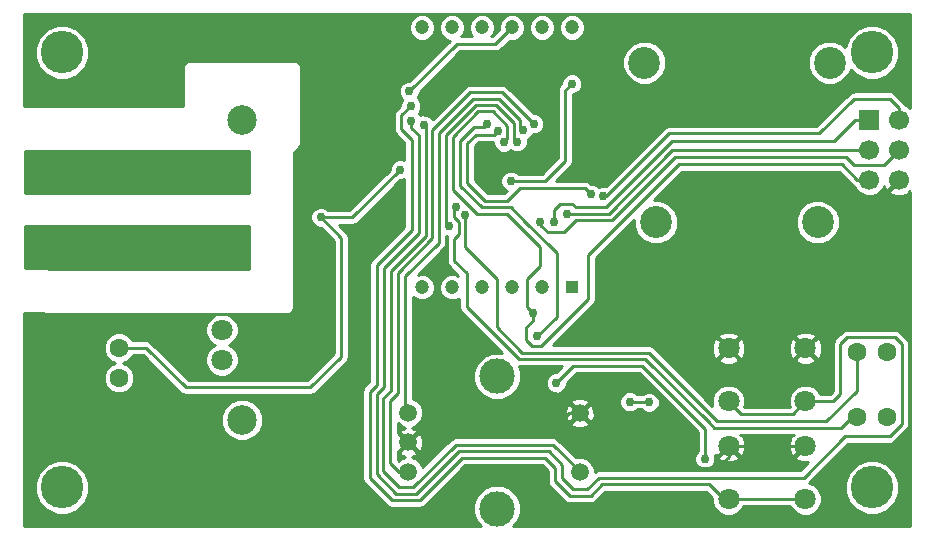
<source format=gbl>
G04 (created by PCBNEW (2013-07-07 BZR 4022)-stable) date 11/5/2013 1:48:53 AM*
%MOIN*%
G04 Gerber Fmt 3.4, Leading zero omitted, Abs format*
%FSLAX34Y34*%
G01*
G70*
G90*
G04 APERTURE LIST*
%ADD10C,0.006*%
%ADD11C,0.0787*%
%ADD12C,0.0709*%
%ADD13C,0.0984*%
%ADD14C,0.1063*%
%ADD15C,0.0708661*%
%ADD16C,0.0590551*%
%ADD17C,0.11811*%
%ADD18R,0.0433071X0.0433071*%
%ADD19C,0.0472441*%
%ADD20R,0.0669291X0.0669291*%
%ADD21C,0.0669291*%
%ADD22C,0.0629921*%
%ADD23R,0.0787402X0.0787402*%
%ADD24C,0.0787402*%
%ADD25C,0.141732*%
%ADD26C,0.03*%
%ADD27C,0.01*%
G04 APERTURE END LIST*
G54D10*
G54D11*
X6831Y11750D03*
X6831Y9750D03*
G54D12*
X6831Y6750D03*
X6831Y5750D03*
G54D13*
X7500Y3750D03*
X7500Y13750D03*
G54D14*
X21303Y10343D03*
X26697Y10343D03*
X20909Y15657D03*
X27091Y15657D03*
G54D15*
X23720Y2885D03*
X26279Y2885D03*
X23720Y1114D03*
X26279Y1114D03*
X23720Y6135D03*
X26279Y6135D03*
X23720Y4364D03*
X26279Y4364D03*
G54D16*
X18755Y2015D03*
X13047Y2015D03*
X13047Y3000D03*
X13047Y3984D03*
X18755Y3984D03*
G54D17*
X16000Y5204D03*
X16000Y795D03*
G54D18*
X18500Y8169D03*
G54D19*
X17500Y8169D03*
X16500Y8169D03*
X15500Y8169D03*
X14500Y8169D03*
X13500Y8169D03*
X13500Y16830D03*
X14500Y16830D03*
X15500Y16830D03*
X16500Y16830D03*
X17500Y16830D03*
X18500Y16830D03*
G54D20*
X28400Y13750D03*
G54D21*
X29400Y13750D03*
X28400Y12750D03*
X29400Y12750D03*
X28400Y11750D03*
X29400Y11750D03*
G54D22*
X28000Y3850D03*
X29000Y3850D03*
X28000Y6000D03*
X29000Y6000D03*
X3400Y6150D03*
X3400Y5150D03*
G54D23*
X1350Y11750D03*
G54D24*
X1350Y9750D03*
G54D25*
X28500Y1500D03*
X28500Y16000D03*
X1500Y1500D03*
X1500Y16000D03*
G54D26*
X14390Y10220D03*
X16680Y13020D03*
X17230Y13620D03*
X16870Y13420D03*
X14640Y10850D03*
X14940Y10570D03*
X17890Y10330D03*
X17450Y10330D03*
X16220Y13010D03*
X17190Y7320D03*
X18340Y10620D03*
X18490Y14960D03*
X16460Y11710D03*
X13560Y13580D03*
X13130Y14220D03*
X13150Y13720D03*
X16020Y13370D03*
X19130Y11270D03*
X17340Y6530D03*
X15670Y13600D03*
X6250Y7000D03*
X500Y14500D03*
X1250Y14500D03*
X2250Y14500D03*
X3250Y14500D03*
X4250Y14500D03*
X5250Y14500D03*
X5250Y15500D03*
X5750Y16000D03*
X6750Y16000D03*
X7750Y16000D03*
X8750Y16000D03*
X9750Y16000D03*
X9750Y15000D03*
X9750Y14000D03*
X9750Y13000D03*
X9500Y12000D03*
X9500Y11000D03*
X9500Y8000D03*
X9500Y7000D03*
X8500Y7000D03*
X7500Y7000D03*
X5500Y7000D03*
X4500Y7000D03*
X3500Y7000D03*
X2500Y7000D03*
X1500Y7000D03*
X500Y7000D03*
X13500Y6280D03*
X20640Y13270D03*
X20360Y12450D03*
X17570Y12950D03*
X15340Y15900D03*
X16770Y15880D03*
X22930Y2460D03*
X17970Y4980D03*
X20420Y4350D03*
X21080Y4330D03*
X13080Y14700D03*
X12770Y12090D03*
X10130Y10500D03*
X19550Y11200D03*
G54D27*
X16560Y13240D02*
X16560Y13140D01*
X16560Y13660D02*
X16560Y13240D01*
X15980Y14240D02*
X16560Y13660D01*
X15290Y14240D02*
X15980Y14240D01*
X14310Y13260D02*
X15290Y14240D01*
X14310Y10300D02*
X14310Y13260D01*
X14390Y10220D02*
X14310Y10300D01*
X16560Y13140D02*
X16680Y13020D01*
X12700Y8610D02*
X12700Y8650D01*
X12700Y4640D02*
X12700Y8610D01*
X12440Y4380D02*
X12700Y4640D01*
X12440Y2320D02*
X12440Y4380D01*
X12744Y2015D02*
X12440Y2320D01*
X13047Y2015D02*
X12744Y2015D01*
X17220Y13620D02*
X17230Y13620D01*
X16170Y14670D02*
X17220Y13620D01*
X15100Y14670D02*
X16170Y14670D01*
X13850Y13420D02*
X15100Y14670D01*
X13850Y9800D02*
X13850Y13420D01*
X12700Y8650D02*
X13850Y9800D01*
X14060Y13320D02*
X14060Y9640D01*
X15190Y14450D02*
X14060Y13320D01*
X16080Y14450D02*
X15190Y14450D01*
X16780Y13750D02*
X16080Y14450D01*
X16780Y13510D02*
X16780Y13750D01*
X16870Y13420D02*
X16780Y13510D01*
X14060Y9640D02*
X12950Y8530D01*
X12950Y8530D02*
X12950Y4081D01*
X12950Y4081D02*
X13047Y3984D01*
X14570Y10640D02*
X14570Y10500D01*
X14730Y9940D02*
X14570Y9780D01*
X14730Y10340D02*
X14730Y9940D01*
X14570Y10500D02*
X14730Y10340D01*
X14990Y8280D02*
X14990Y7510D01*
X16720Y5780D02*
X20950Y5780D01*
X14990Y7510D02*
X16720Y5780D01*
X28000Y3850D02*
X27830Y3850D01*
X23250Y3480D02*
X23060Y3670D01*
X27460Y3480D02*
X23250Y3480D01*
X27830Y3850D02*
X27460Y3480D01*
X20950Y5780D02*
X23060Y3670D01*
X14990Y8630D02*
X14990Y8280D01*
X14570Y9050D02*
X14990Y8630D01*
X14570Y10780D02*
X14570Y10640D01*
X14570Y9780D02*
X14570Y9050D01*
X14640Y10850D02*
X14570Y10780D01*
X23350Y3700D02*
X21060Y5990D01*
X21060Y5990D02*
X16830Y5990D01*
X16830Y5990D02*
X15990Y6830D01*
X15990Y6830D02*
X15990Y8460D01*
X15990Y8460D02*
X14940Y9510D01*
X14940Y9510D02*
X14940Y10570D01*
X28000Y4720D02*
X28000Y6000D01*
X26980Y3700D02*
X23370Y3700D01*
X28000Y4720D02*
X26980Y3700D01*
X23370Y3700D02*
X23350Y3700D01*
X17890Y10330D02*
X17890Y10740D01*
X27920Y13750D02*
X28400Y13750D01*
X27220Y13050D02*
X27920Y13750D01*
X21840Y13050D02*
X27220Y13050D01*
X19620Y10830D02*
X21840Y13050D01*
X18630Y10830D02*
X19620Y10830D01*
X18510Y10950D02*
X18630Y10830D01*
X18100Y10950D02*
X18510Y10950D01*
X17890Y10740D02*
X18100Y10950D01*
X17450Y10330D02*
X17450Y10240D01*
X28890Y12240D02*
X29400Y12750D01*
X27900Y12240D02*
X28890Y12240D01*
X27630Y12510D02*
X27900Y12240D01*
X21930Y12510D02*
X27630Y12510D01*
X19830Y10410D02*
X21930Y12510D01*
X18630Y10410D02*
X19830Y10410D01*
X18220Y10000D02*
X18630Y10410D01*
X17690Y10000D02*
X18220Y10000D01*
X17450Y10240D02*
X17690Y10000D01*
X15870Y14030D02*
X15620Y14030D01*
X16350Y13550D02*
X15870Y14030D01*
X16350Y13140D02*
X16350Y13550D01*
X16220Y13010D02*
X16350Y13140D01*
X17190Y7320D02*
X17190Y7060D01*
X28010Y11750D02*
X28400Y11750D01*
X27490Y12270D02*
X28010Y11750D01*
X22060Y12270D02*
X27490Y12270D01*
X19040Y9250D02*
X22060Y12270D01*
X19040Y7770D02*
X19040Y9250D01*
X17480Y6210D02*
X19040Y7770D01*
X17160Y6210D02*
X17480Y6210D01*
X16960Y6410D02*
X17160Y6210D01*
X16960Y6830D02*
X16960Y6410D01*
X17190Y7060D02*
X16960Y6830D01*
X15380Y14030D02*
X15620Y14030D01*
X14540Y13190D02*
X15380Y14030D01*
X14540Y11420D02*
X14540Y13190D01*
X15350Y10610D02*
X14540Y11420D01*
X16350Y10610D02*
X15350Y10610D01*
X17440Y9520D02*
X16350Y10610D01*
X17440Y8870D02*
X17440Y9520D01*
X17000Y8430D02*
X17440Y8870D01*
X17000Y7510D02*
X17000Y8430D01*
X17190Y7320D02*
X17000Y7510D01*
X18340Y10620D02*
X19720Y10620D01*
X21850Y12750D02*
X22200Y12750D01*
X19720Y10620D02*
X21850Y12750D01*
X22200Y12750D02*
X28400Y12750D01*
X16460Y11710D02*
X17600Y11710D01*
X17600Y11710D02*
X18280Y12390D01*
X18280Y14750D02*
X18490Y14960D01*
X18280Y12390D02*
X18280Y14750D01*
X18755Y2015D02*
X18755Y2034D01*
X13210Y1510D02*
X13120Y1510D01*
X14620Y2920D02*
X13210Y1510D01*
X17870Y2920D02*
X14620Y2920D01*
X18755Y2034D02*
X17870Y2920D01*
X13630Y13510D02*
X13560Y13580D01*
X13630Y9890D02*
X13630Y13510D01*
X12460Y8720D02*
X13630Y9890D01*
X12460Y4720D02*
X12460Y8720D01*
X12210Y4470D02*
X12460Y4720D01*
X12210Y2050D02*
X12210Y4470D01*
X12750Y1510D02*
X12210Y2050D01*
X13120Y1510D02*
X12750Y1510D01*
X23720Y1114D02*
X23565Y1114D01*
X12810Y13900D02*
X13130Y14220D01*
X12810Y13440D02*
X12810Y13900D01*
X13160Y13090D02*
X12810Y13440D01*
X13160Y10080D02*
X13160Y13090D01*
X11990Y8910D02*
X13160Y10080D01*
X11990Y4920D02*
X11990Y8910D01*
X11760Y4690D02*
X11990Y4920D01*
X11760Y1820D02*
X11760Y4690D01*
X12510Y1070D02*
X11760Y1820D01*
X13420Y1070D02*
X12510Y1070D01*
X14840Y2490D02*
X13420Y1070D01*
X17590Y2490D02*
X14840Y2490D01*
X17940Y2140D02*
X17590Y2490D01*
X17940Y1700D02*
X17940Y2140D01*
X18420Y1220D02*
X17940Y1700D01*
X19120Y1220D02*
X18420Y1220D01*
X19510Y1610D02*
X19120Y1220D01*
X23069Y1610D02*
X19510Y1610D01*
X23565Y1114D02*
X23069Y1610D01*
X26279Y1114D02*
X23720Y1114D01*
X26279Y4364D02*
X27214Y4364D01*
X13150Y13490D02*
X13150Y13720D01*
X13400Y13240D02*
X13150Y13490D01*
X13400Y9990D02*
X13400Y13240D01*
X12220Y8810D02*
X13400Y9990D01*
X12220Y4830D02*
X12220Y8810D01*
X11990Y4600D02*
X12220Y4830D01*
X11990Y1940D02*
X11990Y4600D01*
X12640Y1290D02*
X11990Y1940D01*
X13310Y1290D02*
X12640Y1290D01*
X14720Y2700D02*
X13310Y1290D01*
X17720Y2700D02*
X14720Y2700D01*
X18160Y2260D02*
X17720Y2700D01*
X18160Y1810D02*
X18160Y2260D01*
X18530Y1440D02*
X18160Y1810D01*
X19010Y1440D02*
X18530Y1440D01*
X19390Y1820D02*
X19010Y1440D01*
X26220Y1820D02*
X19390Y1820D01*
X27610Y3210D02*
X26220Y1820D01*
X29100Y3210D02*
X27610Y3210D01*
X29500Y3610D02*
X29100Y3210D01*
X29500Y6280D02*
X29500Y3610D01*
X29270Y6510D02*
X29500Y6280D01*
X27670Y6510D02*
X29270Y6510D01*
X27450Y6290D02*
X27670Y6510D01*
X27450Y4600D02*
X27450Y6290D01*
X27214Y4364D02*
X27450Y4600D01*
X23720Y4364D02*
X23720Y4349D01*
X25855Y3940D02*
X26279Y4364D01*
X24130Y3940D02*
X25855Y3940D01*
X23720Y4349D02*
X24130Y3940D01*
X15900Y13250D02*
X15800Y13250D01*
X16020Y13370D02*
X15900Y13250D01*
X18930Y11470D02*
X18420Y11470D01*
X19130Y11270D02*
X18930Y11470D01*
X16770Y11470D02*
X16350Y11050D01*
X16350Y11050D02*
X15590Y11050D01*
X15590Y11050D02*
X15010Y11630D01*
X15010Y11630D02*
X15010Y12970D01*
X15010Y12970D02*
X15290Y13250D01*
X15290Y13250D02*
X15800Y13250D01*
X18420Y11470D02*
X16770Y11470D01*
X16975Y10325D02*
X17760Y9540D01*
X17990Y9310D02*
X17990Y9280D01*
X17760Y9540D02*
X17990Y9310D01*
X16975Y10325D02*
X16470Y10830D01*
X16470Y10830D02*
X15500Y10830D01*
X17990Y9030D02*
X17990Y9280D01*
X15500Y10830D02*
X14770Y11560D01*
X17990Y9020D02*
X17990Y9030D01*
X15130Y13420D02*
X15220Y13510D01*
X17340Y6530D02*
X17990Y7180D01*
X17990Y7180D02*
X17990Y9020D01*
X14770Y11560D02*
X14770Y13060D01*
X14770Y13060D02*
X15130Y13420D01*
X15580Y13510D02*
X15670Y13600D01*
X15220Y13510D02*
X15580Y13510D01*
X6250Y7000D02*
X6320Y7000D01*
X1250Y14500D02*
X500Y14500D01*
X3250Y14500D02*
X2250Y14500D01*
X5250Y14500D02*
X4250Y14500D01*
X5750Y16000D02*
X5250Y15500D01*
X7750Y16000D02*
X6750Y16000D01*
X9750Y16000D02*
X8750Y16000D01*
X9750Y14000D02*
X9750Y15000D01*
X9750Y12250D02*
X9750Y13000D01*
X9500Y12000D02*
X9750Y12250D01*
X9500Y8000D02*
X9500Y11000D01*
X8500Y7000D02*
X9500Y7000D01*
X7330Y7000D02*
X7500Y7000D01*
X7060Y7270D02*
X7330Y7000D01*
X6590Y7270D02*
X7060Y7270D01*
X6320Y7000D02*
X6590Y7270D01*
X4500Y7000D02*
X5500Y7000D01*
X2500Y7000D02*
X3500Y7000D01*
X500Y7000D02*
X1500Y7000D01*
X14420Y5360D02*
X14420Y3330D01*
X13500Y6280D02*
X14420Y5360D01*
X20640Y12730D02*
X20640Y13270D01*
X20360Y12450D02*
X20640Y12730D01*
X23720Y2885D02*
X23720Y2510D01*
X20600Y2140D02*
X18755Y3984D01*
X23350Y2140D02*
X20600Y2140D01*
X23720Y2510D02*
X23350Y2140D01*
X17770Y14880D02*
X16770Y15880D01*
X17770Y13150D02*
X17770Y14880D01*
X17570Y12950D02*
X17770Y13150D01*
X15340Y15900D02*
X15360Y15880D01*
X15360Y15880D02*
X16770Y15880D01*
X18755Y3984D02*
X18404Y3984D01*
X17750Y3330D02*
X14420Y3330D01*
X18404Y3984D02*
X17750Y3330D01*
X14420Y3330D02*
X13377Y3330D01*
X13377Y3330D02*
X13047Y3000D01*
X23720Y2885D02*
X26279Y2885D01*
X22940Y2900D02*
X22940Y2470D01*
X22940Y2470D02*
X22930Y2460D01*
X22940Y3450D02*
X22940Y2900D01*
X20830Y5560D02*
X22940Y3450D01*
X18550Y5560D02*
X20830Y5560D01*
X17970Y4980D02*
X18550Y5560D01*
X21060Y4350D02*
X20420Y4350D01*
X21080Y4330D02*
X21060Y4350D01*
X15949Y16280D02*
X16500Y16830D01*
X14660Y16280D02*
X15949Y16280D01*
X13080Y14700D02*
X14660Y16280D01*
X11180Y10500D02*
X10130Y10500D01*
X12770Y12090D02*
X11180Y10500D01*
X4300Y6150D02*
X3400Y6150D01*
X10130Y10500D02*
X10810Y9820D01*
X10810Y9820D02*
X10810Y5860D01*
X10810Y5860D02*
X9780Y4830D01*
X9780Y4830D02*
X5620Y4830D01*
X5620Y4830D02*
X4300Y6150D01*
X29400Y13750D02*
X29400Y14150D01*
X29400Y14150D02*
X29100Y14450D01*
X29100Y14450D02*
X27900Y14450D01*
X27900Y14450D02*
X26750Y13300D01*
X26750Y13300D02*
X21750Y13300D01*
X21750Y13300D02*
X19650Y11200D01*
X19650Y11200D02*
X19550Y11200D01*
G54D10*
G36*
X26378Y2331D02*
X26116Y2070D01*
X24066Y2070D01*
X24066Y2504D01*
X23720Y2850D01*
X23374Y2504D01*
X23408Y2414D01*
X23612Y2330D01*
X23833Y2332D01*
X24032Y2414D01*
X24066Y2504D01*
X24066Y2070D01*
X21430Y2070D01*
X21430Y4399D01*
X21376Y4528D01*
X21278Y4626D01*
X21149Y4679D01*
X21010Y4680D01*
X20882Y4626D01*
X20855Y4600D01*
X20664Y4600D01*
X20618Y4646D01*
X20489Y4699D01*
X20350Y4700D01*
X20222Y4646D01*
X20123Y4548D01*
X20070Y4419D01*
X20069Y4280D01*
X20123Y4152D01*
X20221Y4053D01*
X20350Y4000D01*
X20489Y3999D01*
X20618Y4053D01*
X20664Y4100D01*
X20815Y4100D01*
X20881Y4033D01*
X21010Y3980D01*
X21149Y3979D01*
X21278Y4033D01*
X21376Y4131D01*
X21429Y4260D01*
X21430Y4399D01*
X21430Y2070D01*
X19390Y2070D01*
X19389Y2070D01*
X19370Y2066D01*
X19294Y2050D01*
X19252Y2022D01*
X19252Y3890D01*
X19250Y4087D01*
X19178Y4260D01*
X19094Y4287D01*
X19059Y4252D01*
X19059Y4323D01*
X19032Y4406D01*
X18849Y4480D01*
X18652Y4478D01*
X18479Y4406D01*
X18452Y4323D01*
X18755Y4019D01*
X19059Y4323D01*
X19059Y4252D01*
X18791Y3984D01*
X19094Y3680D01*
X19178Y3708D01*
X19252Y3890D01*
X19252Y2022D01*
X19251Y2022D01*
X19251Y2113D01*
X19176Y2295D01*
X19059Y2412D01*
X19059Y3645D01*
X18755Y3948D01*
X18720Y3913D01*
X18720Y3984D01*
X18416Y4287D01*
X18333Y4260D01*
X18259Y4077D01*
X18261Y3880D01*
X18333Y3708D01*
X18416Y3680D01*
X18720Y3984D01*
X18720Y3913D01*
X18452Y3645D01*
X18479Y3561D01*
X18662Y3487D01*
X18859Y3490D01*
X19032Y3561D01*
X19059Y3645D01*
X19059Y2412D01*
X19036Y2435D01*
X18854Y2510D01*
X18657Y2511D01*
X18639Y2503D01*
X18046Y3096D01*
X17965Y3150D01*
X17870Y3170D01*
X14620Y3170D01*
X14524Y3150D01*
X14491Y3129D01*
X14443Y3096D01*
X14443Y3096D01*
X13543Y2197D01*
X13543Y2906D01*
X13541Y3103D01*
X13469Y3276D01*
X13386Y3303D01*
X13082Y3000D01*
X13386Y2696D01*
X13469Y2723D01*
X13543Y2906D01*
X13543Y2197D01*
X13518Y2172D01*
X13467Y2295D01*
X13328Y2435D01*
X13154Y2507D01*
X13323Y2577D01*
X13350Y2661D01*
X13047Y2964D01*
X12743Y2661D01*
X12771Y2577D01*
X12942Y2508D01*
X12767Y2435D01*
X12722Y2391D01*
X12690Y2423D01*
X12690Y2702D01*
X12708Y2696D01*
X13011Y3000D01*
X12708Y3303D01*
X12690Y3297D01*
X12690Y3641D01*
X12766Y3564D01*
X12939Y3492D01*
X12771Y3422D01*
X12743Y3338D01*
X13047Y3035D01*
X13350Y3338D01*
X13323Y3422D01*
X13152Y3491D01*
X13327Y3564D01*
X13466Y3703D01*
X13542Y3885D01*
X13542Y4082D01*
X13467Y4264D01*
X13328Y4403D01*
X13200Y4457D01*
X13200Y7852D01*
X13252Y7799D01*
X13412Y7733D01*
X13586Y7732D01*
X13746Y7799D01*
X13869Y7921D01*
X13936Y8082D01*
X13936Y8255D01*
X13870Y8416D01*
X13747Y8538D01*
X13587Y8605D01*
X13413Y8605D01*
X13354Y8581D01*
X14236Y9463D01*
X14236Y9463D01*
X14236Y9463D01*
X14290Y9544D01*
X14290Y9544D01*
X14306Y9620D01*
X14310Y9639D01*
X14309Y9640D01*
X14310Y9640D01*
X14310Y9874D01*
X14320Y9870D01*
X14337Y9870D01*
X14320Y9780D01*
X14320Y9050D01*
X14339Y8954D01*
X14393Y8873D01*
X14713Y8552D01*
X14587Y8605D01*
X14413Y8605D01*
X14253Y8539D01*
X14130Y8416D01*
X14063Y8256D01*
X14063Y8082D01*
X14129Y7922D01*
X14252Y7799D01*
X14412Y7733D01*
X14586Y7732D01*
X14740Y7796D01*
X14740Y7510D01*
X14759Y7414D01*
X14813Y7333D01*
X16151Y5995D01*
X15843Y5995D01*
X15552Y5875D01*
X15330Y5653D01*
X15209Y5362D01*
X15209Y5048D01*
X15329Y4757D01*
X15551Y4534D01*
X15842Y4414D01*
X16156Y4414D01*
X16447Y4534D01*
X16669Y4756D01*
X16790Y5046D01*
X16790Y5361D01*
X16720Y5530D01*
X18166Y5530D01*
X17966Y5330D01*
X17900Y5330D01*
X17772Y5276D01*
X17673Y5178D01*
X17620Y5049D01*
X17619Y4910D01*
X17673Y4782D01*
X17771Y4683D01*
X17900Y4630D01*
X18039Y4629D01*
X18168Y4683D01*
X18266Y4781D01*
X18319Y4910D01*
X18319Y4976D01*
X18653Y5310D01*
X20726Y5310D01*
X22690Y3346D01*
X22690Y2900D01*
X22690Y2714D01*
X22633Y2658D01*
X22580Y2529D01*
X22579Y2390D01*
X22633Y2262D01*
X22731Y2163D01*
X22860Y2110D01*
X22999Y2109D01*
X23128Y2163D01*
X23226Y2261D01*
X23279Y2390D01*
X23280Y2529D01*
X23263Y2568D01*
X23338Y2539D01*
X23685Y2885D01*
X23679Y2891D01*
X23714Y2926D01*
X23720Y2921D01*
X23726Y2926D01*
X23761Y2891D01*
X23755Y2885D01*
X24102Y2539D01*
X24191Y2574D01*
X24275Y2778D01*
X24274Y2998D01*
X24191Y3197D01*
X24107Y3230D01*
X25892Y3230D01*
X25808Y3197D01*
X25724Y2993D01*
X25725Y2772D01*
X25808Y2574D01*
X25897Y2539D01*
X26244Y2885D01*
X26238Y2891D01*
X26273Y2926D01*
X26279Y2921D01*
X26285Y2926D01*
X26320Y2891D01*
X26314Y2885D01*
X26320Y2880D01*
X26285Y2844D01*
X26279Y2850D01*
X25933Y2504D01*
X25967Y2414D01*
X26172Y2330D01*
X26378Y2331D01*
X26378Y2331D01*
G37*
G54D27*
X26378Y2331D02*
X26116Y2070D01*
X24066Y2070D01*
X24066Y2504D01*
X23720Y2850D01*
X23374Y2504D01*
X23408Y2414D01*
X23612Y2330D01*
X23833Y2332D01*
X24032Y2414D01*
X24066Y2504D01*
X24066Y2070D01*
X21430Y2070D01*
X21430Y4399D01*
X21376Y4528D01*
X21278Y4626D01*
X21149Y4679D01*
X21010Y4680D01*
X20882Y4626D01*
X20855Y4600D01*
X20664Y4600D01*
X20618Y4646D01*
X20489Y4699D01*
X20350Y4700D01*
X20222Y4646D01*
X20123Y4548D01*
X20070Y4419D01*
X20069Y4280D01*
X20123Y4152D01*
X20221Y4053D01*
X20350Y4000D01*
X20489Y3999D01*
X20618Y4053D01*
X20664Y4100D01*
X20815Y4100D01*
X20881Y4033D01*
X21010Y3980D01*
X21149Y3979D01*
X21278Y4033D01*
X21376Y4131D01*
X21429Y4260D01*
X21430Y4399D01*
X21430Y2070D01*
X19390Y2070D01*
X19389Y2070D01*
X19370Y2066D01*
X19294Y2050D01*
X19252Y2022D01*
X19252Y3890D01*
X19250Y4087D01*
X19178Y4260D01*
X19094Y4287D01*
X19059Y4252D01*
X19059Y4323D01*
X19032Y4406D01*
X18849Y4480D01*
X18652Y4478D01*
X18479Y4406D01*
X18452Y4323D01*
X18755Y4019D01*
X19059Y4323D01*
X19059Y4252D01*
X18791Y3984D01*
X19094Y3680D01*
X19178Y3708D01*
X19252Y3890D01*
X19252Y2022D01*
X19251Y2022D01*
X19251Y2113D01*
X19176Y2295D01*
X19059Y2412D01*
X19059Y3645D01*
X18755Y3948D01*
X18720Y3913D01*
X18720Y3984D01*
X18416Y4287D01*
X18333Y4260D01*
X18259Y4077D01*
X18261Y3880D01*
X18333Y3708D01*
X18416Y3680D01*
X18720Y3984D01*
X18720Y3913D01*
X18452Y3645D01*
X18479Y3561D01*
X18662Y3487D01*
X18859Y3490D01*
X19032Y3561D01*
X19059Y3645D01*
X19059Y2412D01*
X19036Y2435D01*
X18854Y2510D01*
X18657Y2511D01*
X18639Y2503D01*
X18046Y3096D01*
X17965Y3150D01*
X17870Y3170D01*
X14620Y3170D01*
X14524Y3150D01*
X14491Y3129D01*
X14443Y3096D01*
X14443Y3096D01*
X13543Y2197D01*
X13543Y2906D01*
X13541Y3103D01*
X13469Y3276D01*
X13386Y3303D01*
X13082Y3000D01*
X13386Y2696D01*
X13469Y2723D01*
X13543Y2906D01*
X13543Y2197D01*
X13518Y2172D01*
X13467Y2295D01*
X13328Y2435D01*
X13154Y2507D01*
X13323Y2577D01*
X13350Y2661D01*
X13047Y2964D01*
X12743Y2661D01*
X12771Y2577D01*
X12942Y2508D01*
X12767Y2435D01*
X12722Y2391D01*
X12690Y2423D01*
X12690Y2702D01*
X12708Y2696D01*
X13011Y3000D01*
X12708Y3303D01*
X12690Y3297D01*
X12690Y3641D01*
X12766Y3564D01*
X12939Y3492D01*
X12771Y3422D01*
X12743Y3338D01*
X13047Y3035D01*
X13350Y3338D01*
X13323Y3422D01*
X13152Y3491D01*
X13327Y3564D01*
X13466Y3703D01*
X13542Y3885D01*
X13542Y4082D01*
X13467Y4264D01*
X13328Y4403D01*
X13200Y4457D01*
X13200Y7852D01*
X13252Y7799D01*
X13412Y7733D01*
X13586Y7732D01*
X13746Y7799D01*
X13869Y7921D01*
X13936Y8082D01*
X13936Y8255D01*
X13870Y8416D01*
X13747Y8538D01*
X13587Y8605D01*
X13413Y8605D01*
X13354Y8581D01*
X14236Y9463D01*
X14236Y9463D01*
X14236Y9463D01*
X14290Y9544D01*
X14290Y9544D01*
X14306Y9620D01*
X14310Y9639D01*
X14309Y9640D01*
X14310Y9640D01*
X14310Y9874D01*
X14320Y9870D01*
X14337Y9870D01*
X14320Y9780D01*
X14320Y9050D01*
X14339Y8954D01*
X14393Y8873D01*
X14713Y8552D01*
X14587Y8605D01*
X14413Y8605D01*
X14253Y8539D01*
X14130Y8416D01*
X14063Y8256D01*
X14063Y8082D01*
X14129Y7922D01*
X14252Y7799D01*
X14412Y7733D01*
X14586Y7732D01*
X14740Y7796D01*
X14740Y7510D01*
X14759Y7414D01*
X14813Y7333D01*
X16151Y5995D01*
X15843Y5995D01*
X15552Y5875D01*
X15330Y5653D01*
X15209Y5362D01*
X15209Y5048D01*
X15329Y4757D01*
X15551Y4534D01*
X15842Y4414D01*
X16156Y4414D01*
X16447Y4534D01*
X16669Y4756D01*
X16790Y5046D01*
X16790Y5361D01*
X16720Y5530D01*
X18166Y5530D01*
X17966Y5330D01*
X17900Y5330D01*
X17772Y5276D01*
X17673Y5178D01*
X17620Y5049D01*
X17619Y4910D01*
X17673Y4782D01*
X17771Y4683D01*
X17900Y4630D01*
X18039Y4629D01*
X18168Y4683D01*
X18266Y4781D01*
X18319Y4910D01*
X18319Y4976D01*
X18653Y5310D01*
X20726Y5310D01*
X22690Y3346D01*
X22690Y2900D01*
X22690Y2714D01*
X22633Y2658D01*
X22580Y2529D01*
X22579Y2390D01*
X22633Y2262D01*
X22731Y2163D01*
X22860Y2110D01*
X22999Y2109D01*
X23128Y2163D01*
X23226Y2261D01*
X23279Y2390D01*
X23280Y2529D01*
X23263Y2568D01*
X23338Y2539D01*
X23685Y2885D01*
X23679Y2891D01*
X23714Y2926D01*
X23720Y2921D01*
X23726Y2926D01*
X23761Y2891D01*
X23755Y2885D01*
X24102Y2539D01*
X24191Y2574D01*
X24275Y2778D01*
X24274Y2998D01*
X24191Y3197D01*
X24107Y3230D01*
X25892Y3230D01*
X25808Y3197D01*
X25724Y2993D01*
X25725Y2772D01*
X25808Y2574D01*
X25897Y2539D01*
X26244Y2885D01*
X26238Y2891D01*
X26273Y2926D01*
X26279Y2921D01*
X26285Y2926D01*
X26320Y2891D01*
X26314Y2885D01*
X26320Y2880D01*
X26285Y2844D01*
X26279Y2850D01*
X25933Y2504D01*
X25967Y2414D01*
X26172Y2330D01*
X26378Y2331D01*
G54D10*
G36*
X29775Y225D02*
X29408Y225D01*
X29408Y1679D01*
X29270Y2014D01*
X29015Y2269D01*
X28681Y2408D01*
X28320Y2408D01*
X27985Y2270D01*
X27730Y2015D01*
X27591Y1681D01*
X27591Y1320D01*
X27729Y985D01*
X27984Y730D01*
X28318Y591D01*
X28679Y591D01*
X29014Y729D01*
X29269Y984D01*
X29408Y1318D01*
X29408Y1679D01*
X29408Y225D01*
X16547Y225D01*
X16669Y346D01*
X16790Y637D01*
X16790Y951D01*
X16670Y1242D01*
X16448Y1465D01*
X16157Y1585D01*
X15843Y1585D01*
X15552Y1465D01*
X15330Y1243D01*
X15209Y953D01*
X15209Y638D01*
X15329Y348D01*
X15452Y225D01*
X8192Y225D01*
X8192Y3887D01*
X8086Y4141D01*
X7892Y4336D01*
X7638Y4441D01*
X7362Y4442D01*
X7108Y4336D01*
X6913Y4142D01*
X6808Y3888D01*
X6807Y3612D01*
X6913Y3358D01*
X7107Y3163D01*
X7361Y3058D01*
X7637Y3057D01*
X7891Y3163D01*
X8086Y3357D01*
X8191Y3611D01*
X8192Y3887D01*
X8192Y225D01*
X2408Y225D01*
X2408Y1679D01*
X2270Y2014D01*
X2015Y2269D01*
X1681Y2408D01*
X1320Y2408D01*
X985Y2270D01*
X730Y2015D01*
X591Y1681D01*
X591Y1320D01*
X729Y985D01*
X984Y730D01*
X1318Y591D01*
X1679Y591D01*
X2014Y729D01*
X2269Y984D01*
X2408Y1318D01*
X2408Y1679D01*
X2408Y225D01*
X225Y225D01*
X225Y7300D01*
X902Y7300D01*
X913Y7292D01*
X1000Y7275D01*
X6649Y7275D01*
X6517Y7220D01*
X6361Y7064D01*
X6276Y6860D01*
X6276Y6640D01*
X6360Y6436D01*
X6516Y6280D01*
X6589Y6250D01*
X6517Y6220D01*
X6361Y6064D01*
X6276Y5860D01*
X6276Y5640D01*
X6360Y5436D01*
X6516Y5280D01*
X6720Y5195D01*
X6940Y5195D01*
X7144Y5279D01*
X7300Y5435D01*
X7385Y5639D01*
X7385Y5859D01*
X7301Y6063D01*
X7145Y6219D01*
X7072Y6249D01*
X7144Y6279D01*
X7300Y6435D01*
X7385Y6639D01*
X7385Y6859D01*
X7301Y7063D01*
X7145Y7219D01*
X7012Y7275D01*
X9000Y7275D01*
X9086Y7292D01*
X9159Y7340D01*
X9207Y7413D01*
X9225Y7500D01*
X9225Y12000D01*
X9225Y12656D01*
X9409Y12840D01*
X9409Y12840D01*
X9409Y12840D01*
X9457Y12913D01*
X9475Y13000D01*
X9475Y13250D01*
X9475Y15250D01*
X9475Y15500D01*
X9457Y15586D01*
X9409Y15659D01*
X9336Y15707D01*
X9250Y15725D01*
X6000Y15725D01*
X5750Y15725D01*
X5663Y15707D01*
X5590Y15659D01*
X5542Y15586D01*
X5525Y15500D01*
X5525Y14225D01*
X2408Y14225D01*
X2408Y16179D01*
X2270Y16514D01*
X2015Y16769D01*
X1681Y16908D01*
X1320Y16908D01*
X985Y16770D01*
X730Y16515D01*
X591Y16181D01*
X591Y15820D01*
X729Y15485D01*
X984Y15230D01*
X1318Y15091D01*
X1679Y15091D01*
X2014Y15229D01*
X2269Y15484D01*
X2408Y15818D01*
X2408Y16179D01*
X2408Y14225D01*
X1000Y14225D01*
X913Y14207D01*
X902Y14200D01*
X225Y14200D01*
X225Y17275D01*
X29775Y17275D01*
X29775Y14131D01*
X29703Y14202D01*
X29633Y14231D01*
X29633Y14231D01*
X29630Y14245D01*
X29630Y14245D01*
X29576Y14326D01*
X29576Y14326D01*
X29408Y14494D01*
X29408Y16179D01*
X29270Y16514D01*
X29015Y16769D01*
X28681Y16908D01*
X28320Y16908D01*
X27985Y16770D01*
X27730Y16515D01*
X27594Y16188D01*
X27505Y16276D01*
X27237Y16388D01*
X26946Y16388D01*
X26677Y16277D01*
X26471Y16071D01*
X26359Y15803D01*
X26359Y15512D01*
X26470Y15243D01*
X26676Y15037D01*
X26944Y14925D01*
X27235Y14925D01*
X27504Y15036D01*
X27710Y15242D01*
X27787Y15427D01*
X27984Y15230D01*
X28318Y15091D01*
X28679Y15091D01*
X29014Y15229D01*
X29269Y15484D01*
X29408Y15818D01*
X29408Y16179D01*
X29408Y14494D01*
X29276Y14626D01*
X29195Y14680D01*
X29100Y14700D01*
X27900Y14700D01*
X27899Y14700D01*
X27880Y14696D01*
X27804Y14680D01*
X27723Y14626D01*
X27723Y14626D01*
X26646Y13550D01*
X21750Y13550D01*
X21654Y13530D01*
X21640Y13521D01*
X21640Y15801D01*
X21529Y16070D01*
X21323Y16276D01*
X21055Y16388D01*
X20764Y16388D01*
X20495Y16277D01*
X20289Y16071D01*
X20177Y15803D01*
X20177Y15512D01*
X20288Y15243D01*
X20494Y15037D01*
X20762Y14925D01*
X21053Y14925D01*
X21322Y15036D01*
X21528Y15242D01*
X21640Y15510D01*
X21640Y15801D01*
X21640Y13521D01*
X21573Y13476D01*
X19638Y11542D01*
X19619Y11549D01*
X19480Y11550D01*
X19384Y11510D01*
X19328Y11566D01*
X19199Y11619D01*
X19133Y11619D01*
X19106Y11646D01*
X19025Y11700D01*
X18936Y11718D01*
X18936Y16917D01*
X18870Y17077D01*
X18747Y17200D01*
X18587Y17266D01*
X18413Y17267D01*
X18253Y17200D01*
X18130Y17078D01*
X18063Y16917D01*
X18063Y16744D01*
X18129Y16583D01*
X18252Y16461D01*
X18412Y16394D01*
X18586Y16394D01*
X18746Y16460D01*
X18869Y16583D01*
X18936Y16743D01*
X18936Y16917D01*
X18936Y11718D01*
X18930Y11720D01*
X18420Y11720D01*
X17963Y11720D01*
X18456Y12213D01*
X18456Y12213D01*
X18456Y12213D01*
X18510Y12294D01*
X18510Y12294D01*
X18530Y12390D01*
X18530Y14609D01*
X18559Y14609D01*
X18688Y14663D01*
X18786Y14761D01*
X18839Y14890D01*
X18840Y15029D01*
X18786Y15158D01*
X18688Y15256D01*
X18559Y15309D01*
X18420Y15310D01*
X18292Y15256D01*
X18193Y15158D01*
X18140Y15029D01*
X18140Y14963D01*
X18103Y14926D01*
X18049Y14845D01*
X18030Y14750D01*
X18030Y12493D01*
X17936Y12399D01*
X17936Y16917D01*
X17870Y17077D01*
X17747Y17200D01*
X17587Y17266D01*
X17413Y17267D01*
X17253Y17200D01*
X17130Y17078D01*
X17063Y16917D01*
X17063Y16744D01*
X17129Y16583D01*
X17252Y16461D01*
X17412Y16394D01*
X17586Y16394D01*
X17746Y16460D01*
X17869Y16583D01*
X17936Y16743D01*
X17936Y16917D01*
X17936Y12399D01*
X17496Y11960D01*
X16704Y11960D01*
X16658Y12006D01*
X16529Y12059D01*
X16390Y12060D01*
X16262Y12006D01*
X16163Y11908D01*
X16110Y11779D01*
X16109Y11640D01*
X16163Y11512D01*
X16261Y11413D01*
X16331Y11384D01*
X16246Y11300D01*
X15693Y11300D01*
X15260Y11733D01*
X15260Y12866D01*
X15393Y13000D01*
X15800Y13000D01*
X15869Y13000D01*
X15869Y12940D01*
X15923Y12812D01*
X16021Y12713D01*
X16150Y12660D01*
X16289Y12659D01*
X16418Y12713D01*
X16454Y12750D01*
X16481Y12723D01*
X16610Y12670D01*
X16749Y12669D01*
X16878Y12723D01*
X16976Y12821D01*
X17029Y12950D01*
X17030Y13089D01*
X17023Y13104D01*
X17068Y13123D01*
X17166Y13221D01*
X17186Y13270D01*
X17299Y13269D01*
X17428Y13323D01*
X17526Y13421D01*
X17579Y13550D01*
X17580Y13689D01*
X17526Y13818D01*
X17428Y13916D01*
X17299Y13969D01*
X17223Y13970D01*
X16346Y14846D01*
X16265Y14900D01*
X16170Y14920D01*
X15100Y14920D01*
X15004Y14900D01*
X14923Y14846D01*
X13855Y13779D01*
X13758Y13876D01*
X13629Y13929D01*
X13490Y13930D01*
X13449Y13912D01*
X13446Y13918D01*
X13384Y13980D01*
X13426Y14021D01*
X13479Y14150D01*
X13480Y14289D01*
X13426Y14418D01*
X13360Y14484D01*
X13376Y14501D01*
X13429Y14630D01*
X13429Y14696D01*
X14763Y16030D01*
X15949Y16030D01*
X16044Y16049D01*
X16126Y16103D01*
X16417Y16394D01*
X16586Y16394D01*
X16746Y16460D01*
X16869Y16583D01*
X16936Y16743D01*
X16936Y16917D01*
X16870Y17077D01*
X16747Y17200D01*
X16587Y17266D01*
X16413Y17267D01*
X16253Y17200D01*
X16130Y17078D01*
X16063Y16917D01*
X16063Y16747D01*
X15845Y16530D01*
X15816Y16530D01*
X15869Y16583D01*
X15936Y16743D01*
X15936Y16917D01*
X15870Y17077D01*
X15747Y17200D01*
X15587Y17266D01*
X15413Y17267D01*
X15253Y17200D01*
X15130Y17078D01*
X15063Y16917D01*
X15063Y16744D01*
X15129Y16583D01*
X15183Y16530D01*
X14816Y16530D01*
X14869Y16583D01*
X14936Y16743D01*
X14936Y16917D01*
X14870Y17077D01*
X14747Y17200D01*
X14587Y17266D01*
X14413Y17267D01*
X14253Y17200D01*
X14130Y17078D01*
X14063Y16917D01*
X14063Y16744D01*
X14129Y16583D01*
X14252Y16461D01*
X14412Y16394D01*
X14421Y16394D01*
X13936Y15909D01*
X13936Y16917D01*
X13870Y17077D01*
X13747Y17200D01*
X13587Y17266D01*
X13413Y17267D01*
X13253Y17200D01*
X13130Y17078D01*
X13063Y16917D01*
X13063Y16744D01*
X13129Y16583D01*
X13252Y16461D01*
X13412Y16394D01*
X13586Y16394D01*
X13746Y16460D01*
X13869Y16583D01*
X13936Y16743D01*
X13936Y16917D01*
X13936Y15909D01*
X13076Y15050D01*
X13010Y15050D01*
X12882Y14996D01*
X12783Y14898D01*
X12730Y14769D01*
X12729Y14630D01*
X12783Y14502D01*
X12849Y14435D01*
X12833Y14418D01*
X12780Y14289D01*
X12780Y14223D01*
X12633Y14076D01*
X12579Y13995D01*
X12560Y13900D01*
X12560Y13440D01*
X12579Y13344D01*
X12633Y13263D01*
X12910Y12986D01*
X12910Y12410D01*
X12839Y12439D01*
X12700Y12440D01*
X12572Y12386D01*
X12473Y12288D01*
X12420Y12159D01*
X12420Y12093D01*
X11076Y10750D01*
X10374Y10750D01*
X10328Y10796D01*
X10199Y10849D01*
X10060Y10850D01*
X9932Y10796D01*
X9833Y10698D01*
X9780Y10569D01*
X9779Y10430D01*
X9833Y10302D01*
X9931Y10203D01*
X10060Y10150D01*
X10126Y10150D01*
X10560Y9716D01*
X10560Y5963D01*
X9676Y5080D01*
X5723Y5080D01*
X4476Y6326D01*
X4395Y6380D01*
X4300Y6400D01*
X3853Y6400D01*
X3836Y6441D01*
X3692Y6586D01*
X3502Y6664D01*
X3298Y6665D01*
X3108Y6586D01*
X2963Y6442D01*
X2885Y6252D01*
X2884Y6048D01*
X2963Y5858D01*
X3107Y5713D01*
X3261Y5649D01*
X3108Y5586D01*
X2963Y5442D01*
X2885Y5252D01*
X2884Y5048D01*
X2963Y4858D01*
X3107Y4713D01*
X3297Y4635D01*
X3501Y4634D01*
X3691Y4713D01*
X3836Y4857D01*
X3914Y5047D01*
X3915Y5251D01*
X3836Y5441D01*
X3692Y5586D01*
X3538Y5650D01*
X3691Y5713D01*
X3836Y5857D01*
X3853Y5900D01*
X4196Y5900D01*
X5443Y4653D01*
X5524Y4599D01*
X5620Y4580D01*
X9780Y4580D01*
X9875Y4599D01*
X9956Y4653D01*
X10986Y5683D01*
X10986Y5683D01*
X10986Y5683D01*
X11040Y5764D01*
X11040Y5764D01*
X11060Y5860D01*
X11060Y9820D01*
X11040Y9915D01*
X11040Y9915D01*
X10986Y9996D01*
X10986Y9996D01*
X10733Y10250D01*
X11180Y10250D01*
X11275Y10269D01*
X11356Y10323D01*
X12773Y11739D01*
X12839Y11739D01*
X12910Y11769D01*
X12910Y10183D01*
X11813Y9086D01*
X11759Y9005D01*
X11740Y8910D01*
X11740Y5023D01*
X11583Y4866D01*
X11529Y4785D01*
X11510Y4690D01*
X11510Y1820D01*
X11529Y1724D01*
X11583Y1643D01*
X12333Y893D01*
X12333Y893D01*
X12414Y839D01*
X12414Y839D01*
X12490Y823D01*
X12509Y820D01*
X12509Y820D01*
X12510Y820D01*
X13420Y820D01*
X13515Y839D01*
X13596Y893D01*
X14943Y2240D01*
X17486Y2240D01*
X17690Y2036D01*
X17690Y1700D01*
X17709Y1604D01*
X17763Y1523D01*
X18243Y1043D01*
X18324Y989D01*
X18420Y970D01*
X19120Y970D01*
X19215Y989D01*
X19296Y1043D01*
X19613Y1360D01*
X22966Y1360D01*
X23166Y1160D01*
X23166Y1004D01*
X23250Y800D01*
X23406Y644D01*
X23609Y559D01*
X23830Y559D01*
X24034Y643D01*
X24190Y799D01*
X24216Y864D01*
X25783Y864D01*
X25809Y800D01*
X25965Y644D01*
X26168Y559D01*
X26389Y559D01*
X26593Y643D01*
X26749Y799D01*
X26833Y1003D01*
X26833Y1223D01*
X26749Y1427D01*
X26593Y1583D01*
X26412Y1659D01*
X27713Y2960D01*
X29100Y2960D01*
X29195Y2979D01*
X29276Y3033D01*
X29676Y3433D01*
X29676Y3433D01*
X29676Y3433D01*
X29730Y3514D01*
X29730Y3514D01*
X29746Y3590D01*
X29750Y3609D01*
X29749Y3610D01*
X29750Y3610D01*
X29750Y6280D01*
X29731Y6370D01*
X29730Y6375D01*
X29730Y6375D01*
X29676Y6456D01*
X29676Y6456D01*
X29446Y6686D01*
X29365Y6740D01*
X29270Y6760D01*
X27670Y6760D01*
X27574Y6740D01*
X27493Y6686D01*
X27493Y6686D01*
X27428Y6622D01*
X27428Y10487D01*
X27317Y10756D01*
X27111Y10962D01*
X26843Y11074D01*
X26552Y11074D01*
X26283Y10963D01*
X26077Y10757D01*
X25965Y10489D01*
X25965Y10198D01*
X26076Y9929D01*
X26282Y9723D01*
X26550Y9611D01*
X26841Y9611D01*
X27110Y9722D01*
X27316Y9928D01*
X27428Y10196D01*
X27428Y10487D01*
X27428Y6622D01*
X27273Y6466D01*
X27219Y6385D01*
X27200Y6290D01*
X27200Y4703D01*
X27110Y4614D01*
X26834Y4614D01*
X26834Y6028D01*
X26833Y6248D01*
X26751Y6447D01*
X26661Y6482D01*
X26625Y6446D01*
X26625Y6517D01*
X26591Y6607D01*
X26387Y6690D01*
X26166Y6689D01*
X25967Y6607D01*
X25933Y6517D01*
X26279Y6171D01*
X26625Y6517D01*
X26625Y6446D01*
X26314Y6135D01*
X26661Y5789D01*
X26751Y5824D01*
X26834Y6028D01*
X26834Y4614D01*
X26776Y4614D01*
X26749Y4677D01*
X26625Y4802D01*
X26625Y5754D01*
X26279Y6100D01*
X26244Y6065D01*
X26244Y6135D01*
X25897Y6482D01*
X25808Y6447D01*
X25724Y6243D01*
X25725Y6022D01*
X25808Y5824D01*
X25897Y5789D01*
X26244Y6135D01*
X26244Y6065D01*
X25933Y5754D01*
X25967Y5664D01*
X26172Y5580D01*
X26392Y5582D01*
X26591Y5664D01*
X26625Y5754D01*
X26625Y4802D01*
X26593Y4833D01*
X26390Y4918D01*
X26169Y4918D01*
X25965Y4834D01*
X25809Y4678D01*
X25725Y4474D01*
X25725Y4254D01*
X25751Y4190D01*
X24275Y4190D01*
X24275Y6028D01*
X24274Y6248D01*
X24191Y6447D01*
X24102Y6482D01*
X24066Y6446D01*
X24066Y6517D01*
X24032Y6607D01*
X23827Y6690D01*
X23607Y6689D01*
X23408Y6607D01*
X23374Y6517D01*
X23720Y6171D01*
X24066Y6517D01*
X24066Y6446D01*
X23755Y6135D01*
X24102Y5789D01*
X24191Y5824D01*
X24275Y6028D01*
X24275Y4190D01*
X24248Y4190D01*
X24274Y4253D01*
X24274Y4473D01*
X24190Y4677D01*
X24066Y4802D01*
X24066Y5754D01*
X23720Y6100D01*
X23685Y6065D01*
X23685Y6135D01*
X23338Y6482D01*
X23248Y6447D01*
X23165Y6243D01*
X23166Y6022D01*
X23248Y5824D01*
X23338Y5789D01*
X23685Y6135D01*
X23685Y6065D01*
X23374Y5754D01*
X23408Y5664D01*
X23612Y5580D01*
X23833Y5582D01*
X24032Y5664D01*
X24066Y5754D01*
X24066Y4802D01*
X24034Y4833D01*
X23831Y4918D01*
X23610Y4918D01*
X23406Y4834D01*
X23250Y4678D01*
X23166Y4474D01*
X23166Y4254D01*
X23177Y4225D01*
X21236Y6166D01*
X21155Y6220D01*
X21060Y6240D01*
X17863Y6240D01*
X19216Y7593D01*
X19216Y7593D01*
X19216Y7593D01*
X19270Y7674D01*
X19270Y7674D01*
X19286Y7750D01*
X19290Y7769D01*
X19289Y7770D01*
X19290Y7770D01*
X19290Y9146D01*
X20571Y10428D01*
X20571Y10198D01*
X20682Y9929D01*
X20888Y9723D01*
X21156Y9611D01*
X21447Y9611D01*
X21716Y9722D01*
X21922Y9928D01*
X22034Y10196D01*
X22034Y10487D01*
X21923Y10756D01*
X21717Y10962D01*
X21449Y11074D01*
X21218Y11074D01*
X22163Y12020D01*
X27386Y12020D01*
X27833Y11573D01*
X27914Y11519D01*
X27914Y11519D01*
X27917Y11518D01*
X27946Y11447D01*
X28096Y11297D01*
X28293Y11215D01*
X28505Y11215D01*
X28702Y11296D01*
X28852Y11446D01*
X28899Y11559D01*
X28944Y11450D01*
X29032Y11418D01*
X29364Y11750D01*
X29359Y11755D01*
X29394Y11790D01*
X29400Y11785D01*
X29405Y11790D01*
X29440Y11755D01*
X29435Y11750D01*
X29440Y11744D01*
X29405Y11709D01*
X29400Y11714D01*
X29068Y11382D01*
X29100Y11294D01*
X29297Y11214D01*
X29509Y11216D01*
X29699Y11294D01*
X29731Y11382D01*
X29731Y11382D01*
X29767Y11347D01*
X29775Y11355D01*
X29775Y225D01*
X29775Y225D01*
G37*
G54D27*
X29775Y225D02*
X29408Y225D01*
X29408Y1679D01*
X29270Y2014D01*
X29015Y2269D01*
X28681Y2408D01*
X28320Y2408D01*
X27985Y2270D01*
X27730Y2015D01*
X27591Y1681D01*
X27591Y1320D01*
X27729Y985D01*
X27984Y730D01*
X28318Y591D01*
X28679Y591D01*
X29014Y729D01*
X29269Y984D01*
X29408Y1318D01*
X29408Y1679D01*
X29408Y225D01*
X16547Y225D01*
X16669Y346D01*
X16790Y637D01*
X16790Y951D01*
X16670Y1242D01*
X16448Y1465D01*
X16157Y1585D01*
X15843Y1585D01*
X15552Y1465D01*
X15330Y1243D01*
X15209Y953D01*
X15209Y638D01*
X15329Y348D01*
X15452Y225D01*
X8192Y225D01*
X8192Y3887D01*
X8086Y4141D01*
X7892Y4336D01*
X7638Y4441D01*
X7362Y4442D01*
X7108Y4336D01*
X6913Y4142D01*
X6808Y3888D01*
X6807Y3612D01*
X6913Y3358D01*
X7107Y3163D01*
X7361Y3058D01*
X7637Y3057D01*
X7891Y3163D01*
X8086Y3357D01*
X8191Y3611D01*
X8192Y3887D01*
X8192Y225D01*
X2408Y225D01*
X2408Y1679D01*
X2270Y2014D01*
X2015Y2269D01*
X1681Y2408D01*
X1320Y2408D01*
X985Y2270D01*
X730Y2015D01*
X591Y1681D01*
X591Y1320D01*
X729Y985D01*
X984Y730D01*
X1318Y591D01*
X1679Y591D01*
X2014Y729D01*
X2269Y984D01*
X2408Y1318D01*
X2408Y1679D01*
X2408Y225D01*
X225Y225D01*
X225Y7300D01*
X902Y7300D01*
X913Y7292D01*
X1000Y7275D01*
X6649Y7275D01*
X6517Y7220D01*
X6361Y7064D01*
X6276Y6860D01*
X6276Y6640D01*
X6360Y6436D01*
X6516Y6280D01*
X6589Y6250D01*
X6517Y6220D01*
X6361Y6064D01*
X6276Y5860D01*
X6276Y5640D01*
X6360Y5436D01*
X6516Y5280D01*
X6720Y5195D01*
X6940Y5195D01*
X7144Y5279D01*
X7300Y5435D01*
X7385Y5639D01*
X7385Y5859D01*
X7301Y6063D01*
X7145Y6219D01*
X7072Y6249D01*
X7144Y6279D01*
X7300Y6435D01*
X7385Y6639D01*
X7385Y6859D01*
X7301Y7063D01*
X7145Y7219D01*
X7012Y7275D01*
X9000Y7275D01*
X9086Y7292D01*
X9159Y7340D01*
X9207Y7413D01*
X9225Y7500D01*
X9225Y12000D01*
X9225Y12656D01*
X9409Y12840D01*
X9409Y12840D01*
X9409Y12840D01*
X9457Y12913D01*
X9475Y13000D01*
X9475Y13250D01*
X9475Y15250D01*
X9475Y15500D01*
X9457Y15586D01*
X9409Y15659D01*
X9336Y15707D01*
X9250Y15725D01*
X6000Y15725D01*
X5750Y15725D01*
X5663Y15707D01*
X5590Y15659D01*
X5542Y15586D01*
X5525Y15500D01*
X5525Y14225D01*
X2408Y14225D01*
X2408Y16179D01*
X2270Y16514D01*
X2015Y16769D01*
X1681Y16908D01*
X1320Y16908D01*
X985Y16770D01*
X730Y16515D01*
X591Y16181D01*
X591Y15820D01*
X729Y15485D01*
X984Y15230D01*
X1318Y15091D01*
X1679Y15091D01*
X2014Y15229D01*
X2269Y15484D01*
X2408Y15818D01*
X2408Y16179D01*
X2408Y14225D01*
X1000Y14225D01*
X913Y14207D01*
X902Y14200D01*
X225Y14200D01*
X225Y17275D01*
X29775Y17275D01*
X29775Y14131D01*
X29703Y14202D01*
X29633Y14231D01*
X29633Y14231D01*
X29630Y14245D01*
X29630Y14245D01*
X29576Y14326D01*
X29576Y14326D01*
X29408Y14494D01*
X29408Y16179D01*
X29270Y16514D01*
X29015Y16769D01*
X28681Y16908D01*
X28320Y16908D01*
X27985Y16770D01*
X27730Y16515D01*
X27594Y16188D01*
X27505Y16276D01*
X27237Y16388D01*
X26946Y16388D01*
X26677Y16277D01*
X26471Y16071D01*
X26359Y15803D01*
X26359Y15512D01*
X26470Y15243D01*
X26676Y15037D01*
X26944Y14925D01*
X27235Y14925D01*
X27504Y15036D01*
X27710Y15242D01*
X27787Y15427D01*
X27984Y15230D01*
X28318Y15091D01*
X28679Y15091D01*
X29014Y15229D01*
X29269Y15484D01*
X29408Y15818D01*
X29408Y16179D01*
X29408Y14494D01*
X29276Y14626D01*
X29195Y14680D01*
X29100Y14700D01*
X27900Y14700D01*
X27899Y14700D01*
X27880Y14696D01*
X27804Y14680D01*
X27723Y14626D01*
X27723Y14626D01*
X26646Y13550D01*
X21750Y13550D01*
X21654Y13530D01*
X21640Y13521D01*
X21640Y15801D01*
X21529Y16070D01*
X21323Y16276D01*
X21055Y16388D01*
X20764Y16388D01*
X20495Y16277D01*
X20289Y16071D01*
X20177Y15803D01*
X20177Y15512D01*
X20288Y15243D01*
X20494Y15037D01*
X20762Y14925D01*
X21053Y14925D01*
X21322Y15036D01*
X21528Y15242D01*
X21640Y15510D01*
X21640Y15801D01*
X21640Y13521D01*
X21573Y13476D01*
X19638Y11542D01*
X19619Y11549D01*
X19480Y11550D01*
X19384Y11510D01*
X19328Y11566D01*
X19199Y11619D01*
X19133Y11619D01*
X19106Y11646D01*
X19025Y11700D01*
X18936Y11718D01*
X18936Y16917D01*
X18870Y17077D01*
X18747Y17200D01*
X18587Y17266D01*
X18413Y17267D01*
X18253Y17200D01*
X18130Y17078D01*
X18063Y16917D01*
X18063Y16744D01*
X18129Y16583D01*
X18252Y16461D01*
X18412Y16394D01*
X18586Y16394D01*
X18746Y16460D01*
X18869Y16583D01*
X18936Y16743D01*
X18936Y16917D01*
X18936Y11718D01*
X18930Y11720D01*
X18420Y11720D01*
X17963Y11720D01*
X18456Y12213D01*
X18456Y12213D01*
X18456Y12213D01*
X18510Y12294D01*
X18510Y12294D01*
X18530Y12390D01*
X18530Y14609D01*
X18559Y14609D01*
X18688Y14663D01*
X18786Y14761D01*
X18839Y14890D01*
X18840Y15029D01*
X18786Y15158D01*
X18688Y15256D01*
X18559Y15309D01*
X18420Y15310D01*
X18292Y15256D01*
X18193Y15158D01*
X18140Y15029D01*
X18140Y14963D01*
X18103Y14926D01*
X18049Y14845D01*
X18030Y14750D01*
X18030Y12493D01*
X17936Y12399D01*
X17936Y16917D01*
X17870Y17077D01*
X17747Y17200D01*
X17587Y17266D01*
X17413Y17267D01*
X17253Y17200D01*
X17130Y17078D01*
X17063Y16917D01*
X17063Y16744D01*
X17129Y16583D01*
X17252Y16461D01*
X17412Y16394D01*
X17586Y16394D01*
X17746Y16460D01*
X17869Y16583D01*
X17936Y16743D01*
X17936Y16917D01*
X17936Y12399D01*
X17496Y11960D01*
X16704Y11960D01*
X16658Y12006D01*
X16529Y12059D01*
X16390Y12060D01*
X16262Y12006D01*
X16163Y11908D01*
X16110Y11779D01*
X16109Y11640D01*
X16163Y11512D01*
X16261Y11413D01*
X16331Y11384D01*
X16246Y11300D01*
X15693Y11300D01*
X15260Y11733D01*
X15260Y12866D01*
X15393Y13000D01*
X15800Y13000D01*
X15869Y13000D01*
X15869Y12940D01*
X15923Y12812D01*
X16021Y12713D01*
X16150Y12660D01*
X16289Y12659D01*
X16418Y12713D01*
X16454Y12750D01*
X16481Y12723D01*
X16610Y12670D01*
X16749Y12669D01*
X16878Y12723D01*
X16976Y12821D01*
X17029Y12950D01*
X17030Y13089D01*
X17023Y13104D01*
X17068Y13123D01*
X17166Y13221D01*
X17186Y13270D01*
X17299Y13269D01*
X17428Y13323D01*
X17526Y13421D01*
X17579Y13550D01*
X17580Y13689D01*
X17526Y13818D01*
X17428Y13916D01*
X17299Y13969D01*
X17223Y13970D01*
X16346Y14846D01*
X16265Y14900D01*
X16170Y14920D01*
X15100Y14920D01*
X15004Y14900D01*
X14923Y14846D01*
X13855Y13779D01*
X13758Y13876D01*
X13629Y13929D01*
X13490Y13930D01*
X13449Y13912D01*
X13446Y13918D01*
X13384Y13980D01*
X13426Y14021D01*
X13479Y14150D01*
X13480Y14289D01*
X13426Y14418D01*
X13360Y14484D01*
X13376Y14501D01*
X13429Y14630D01*
X13429Y14696D01*
X14763Y16030D01*
X15949Y16030D01*
X16044Y16049D01*
X16126Y16103D01*
X16417Y16394D01*
X16586Y16394D01*
X16746Y16460D01*
X16869Y16583D01*
X16936Y16743D01*
X16936Y16917D01*
X16870Y17077D01*
X16747Y17200D01*
X16587Y17266D01*
X16413Y17267D01*
X16253Y17200D01*
X16130Y17078D01*
X16063Y16917D01*
X16063Y16747D01*
X15845Y16530D01*
X15816Y16530D01*
X15869Y16583D01*
X15936Y16743D01*
X15936Y16917D01*
X15870Y17077D01*
X15747Y17200D01*
X15587Y17266D01*
X15413Y17267D01*
X15253Y17200D01*
X15130Y17078D01*
X15063Y16917D01*
X15063Y16744D01*
X15129Y16583D01*
X15183Y16530D01*
X14816Y16530D01*
X14869Y16583D01*
X14936Y16743D01*
X14936Y16917D01*
X14870Y17077D01*
X14747Y17200D01*
X14587Y17266D01*
X14413Y17267D01*
X14253Y17200D01*
X14130Y17078D01*
X14063Y16917D01*
X14063Y16744D01*
X14129Y16583D01*
X14252Y16461D01*
X14412Y16394D01*
X14421Y16394D01*
X13936Y15909D01*
X13936Y16917D01*
X13870Y17077D01*
X13747Y17200D01*
X13587Y17266D01*
X13413Y17267D01*
X13253Y17200D01*
X13130Y17078D01*
X13063Y16917D01*
X13063Y16744D01*
X13129Y16583D01*
X13252Y16461D01*
X13412Y16394D01*
X13586Y16394D01*
X13746Y16460D01*
X13869Y16583D01*
X13936Y16743D01*
X13936Y16917D01*
X13936Y15909D01*
X13076Y15050D01*
X13010Y15050D01*
X12882Y14996D01*
X12783Y14898D01*
X12730Y14769D01*
X12729Y14630D01*
X12783Y14502D01*
X12849Y14435D01*
X12833Y14418D01*
X12780Y14289D01*
X12780Y14223D01*
X12633Y14076D01*
X12579Y13995D01*
X12560Y13900D01*
X12560Y13440D01*
X12579Y13344D01*
X12633Y13263D01*
X12910Y12986D01*
X12910Y12410D01*
X12839Y12439D01*
X12700Y12440D01*
X12572Y12386D01*
X12473Y12288D01*
X12420Y12159D01*
X12420Y12093D01*
X11076Y10750D01*
X10374Y10750D01*
X10328Y10796D01*
X10199Y10849D01*
X10060Y10850D01*
X9932Y10796D01*
X9833Y10698D01*
X9780Y10569D01*
X9779Y10430D01*
X9833Y10302D01*
X9931Y10203D01*
X10060Y10150D01*
X10126Y10150D01*
X10560Y9716D01*
X10560Y5963D01*
X9676Y5080D01*
X5723Y5080D01*
X4476Y6326D01*
X4395Y6380D01*
X4300Y6400D01*
X3853Y6400D01*
X3836Y6441D01*
X3692Y6586D01*
X3502Y6664D01*
X3298Y6665D01*
X3108Y6586D01*
X2963Y6442D01*
X2885Y6252D01*
X2884Y6048D01*
X2963Y5858D01*
X3107Y5713D01*
X3261Y5649D01*
X3108Y5586D01*
X2963Y5442D01*
X2885Y5252D01*
X2884Y5048D01*
X2963Y4858D01*
X3107Y4713D01*
X3297Y4635D01*
X3501Y4634D01*
X3691Y4713D01*
X3836Y4857D01*
X3914Y5047D01*
X3915Y5251D01*
X3836Y5441D01*
X3692Y5586D01*
X3538Y5650D01*
X3691Y5713D01*
X3836Y5857D01*
X3853Y5900D01*
X4196Y5900D01*
X5443Y4653D01*
X5524Y4599D01*
X5620Y4580D01*
X9780Y4580D01*
X9875Y4599D01*
X9956Y4653D01*
X10986Y5683D01*
X10986Y5683D01*
X10986Y5683D01*
X11040Y5764D01*
X11040Y5764D01*
X11060Y5860D01*
X11060Y9820D01*
X11040Y9915D01*
X11040Y9915D01*
X10986Y9996D01*
X10986Y9996D01*
X10733Y10250D01*
X11180Y10250D01*
X11275Y10269D01*
X11356Y10323D01*
X12773Y11739D01*
X12839Y11739D01*
X12910Y11769D01*
X12910Y10183D01*
X11813Y9086D01*
X11759Y9005D01*
X11740Y8910D01*
X11740Y5023D01*
X11583Y4866D01*
X11529Y4785D01*
X11510Y4690D01*
X11510Y1820D01*
X11529Y1724D01*
X11583Y1643D01*
X12333Y893D01*
X12333Y893D01*
X12414Y839D01*
X12414Y839D01*
X12490Y823D01*
X12509Y820D01*
X12509Y820D01*
X12510Y820D01*
X13420Y820D01*
X13515Y839D01*
X13596Y893D01*
X14943Y2240D01*
X17486Y2240D01*
X17690Y2036D01*
X17690Y1700D01*
X17709Y1604D01*
X17763Y1523D01*
X18243Y1043D01*
X18324Y989D01*
X18420Y970D01*
X19120Y970D01*
X19215Y989D01*
X19296Y1043D01*
X19613Y1360D01*
X22966Y1360D01*
X23166Y1160D01*
X23166Y1004D01*
X23250Y800D01*
X23406Y644D01*
X23609Y559D01*
X23830Y559D01*
X24034Y643D01*
X24190Y799D01*
X24216Y864D01*
X25783Y864D01*
X25809Y800D01*
X25965Y644D01*
X26168Y559D01*
X26389Y559D01*
X26593Y643D01*
X26749Y799D01*
X26833Y1003D01*
X26833Y1223D01*
X26749Y1427D01*
X26593Y1583D01*
X26412Y1659D01*
X27713Y2960D01*
X29100Y2960D01*
X29195Y2979D01*
X29276Y3033D01*
X29676Y3433D01*
X29676Y3433D01*
X29676Y3433D01*
X29730Y3514D01*
X29730Y3514D01*
X29746Y3590D01*
X29750Y3609D01*
X29749Y3610D01*
X29750Y3610D01*
X29750Y6280D01*
X29731Y6370D01*
X29730Y6375D01*
X29730Y6375D01*
X29676Y6456D01*
X29676Y6456D01*
X29446Y6686D01*
X29365Y6740D01*
X29270Y6760D01*
X27670Y6760D01*
X27574Y6740D01*
X27493Y6686D01*
X27493Y6686D01*
X27428Y6622D01*
X27428Y10487D01*
X27317Y10756D01*
X27111Y10962D01*
X26843Y11074D01*
X26552Y11074D01*
X26283Y10963D01*
X26077Y10757D01*
X25965Y10489D01*
X25965Y10198D01*
X26076Y9929D01*
X26282Y9723D01*
X26550Y9611D01*
X26841Y9611D01*
X27110Y9722D01*
X27316Y9928D01*
X27428Y10196D01*
X27428Y10487D01*
X27428Y6622D01*
X27273Y6466D01*
X27219Y6385D01*
X27200Y6290D01*
X27200Y4703D01*
X27110Y4614D01*
X26834Y4614D01*
X26834Y6028D01*
X26833Y6248D01*
X26751Y6447D01*
X26661Y6482D01*
X26625Y6446D01*
X26625Y6517D01*
X26591Y6607D01*
X26387Y6690D01*
X26166Y6689D01*
X25967Y6607D01*
X25933Y6517D01*
X26279Y6171D01*
X26625Y6517D01*
X26625Y6446D01*
X26314Y6135D01*
X26661Y5789D01*
X26751Y5824D01*
X26834Y6028D01*
X26834Y4614D01*
X26776Y4614D01*
X26749Y4677D01*
X26625Y4802D01*
X26625Y5754D01*
X26279Y6100D01*
X26244Y6065D01*
X26244Y6135D01*
X25897Y6482D01*
X25808Y6447D01*
X25724Y6243D01*
X25725Y6022D01*
X25808Y5824D01*
X25897Y5789D01*
X26244Y6135D01*
X26244Y6065D01*
X25933Y5754D01*
X25967Y5664D01*
X26172Y5580D01*
X26392Y5582D01*
X26591Y5664D01*
X26625Y5754D01*
X26625Y4802D01*
X26593Y4833D01*
X26390Y4918D01*
X26169Y4918D01*
X25965Y4834D01*
X25809Y4678D01*
X25725Y4474D01*
X25725Y4254D01*
X25751Y4190D01*
X24275Y4190D01*
X24275Y6028D01*
X24274Y6248D01*
X24191Y6447D01*
X24102Y6482D01*
X24066Y6446D01*
X24066Y6517D01*
X24032Y6607D01*
X23827Y6690D01*
X23607Y6689D01*
X23408Y6607D01*
X23374Y6517D01*
X23720Y6171D01*
X24066Y6517D01*
X24066Y6446D01*
X23755Y6135D01*
X24102Y5789D01*
X24191Y5824D01*
X24275Y6028D01*
X24275Y4190D01*
X24248Y4190D01*
X24274Y4253D01*
X24274Y4473D01*
X24190Y4677D01*
X24066Y4802D01*
X24066Y5754D01*
X23720Y6100D01*
X23685Y6065D01*
X23685Y6135D01*
X23338Y6482D01*
X23248Y6447D01*
X23165Y6243D01*
X23166Y6022D01*
X23248Y5824D01*
X23338Y5789D01*
X23685Y6135D01*
X23685Y6065D01*
X23374Y5754D01*
X23408Y5664D01*
X23612Y5580D01*
X23833Y5582D01*
X24032Y5664D01*
X24066Y5754D01*
X24066Y4802D01*
X24034Y4833D01*
X23831Y4918D01*
X23610Y4918D01*
X23406Y4834D01*
X23250Y4678D01*
X23166Y4474D01*
X23166Y4254D01*
X23177Y4225D01*
X21236Y6166D01*
X21155Y6220D01*
X21060Y6240D01*
X17863Y6240D01*
X19216Y7593D01*
X19216Y7593D01*
X19216Y7593D01*
X19270Y7674D01*
X19270Y7674D01*
X19286Y7750D01*
X19290Y7769D01*
X19289Y7770D01*
X19290Y7770D01*
X19290Y9146D01*
X20571Y10428D01*
X20571Y10198D01*
X20682Y9929D01*
X20888Y9723D01*
X21156Y9611D01*
X21447Y9611D01*
X21716Y9722D01*
X21922Y9928D01*
X22034Y10196D01*
X22034Y10487D01*
X21923Y10756D01*
X21717Y10962D01*
X21449Y11074D01*
X21218Y11074D01*
X22163Y12020D01*
X27386Y12020D01*
X27833Y11573D01*
X27914Y11519D01*
X27914Y11519D01*
X27917Y11518D01*
X27946Y11447D01*
X28096Y11297D01*
X28293Y11215D01*
X28505Y11215D01*
X28702Y11296D01*
X28852Y11446D01*
X28899Y11559D01*
X28944Y11450D01*
X29032Y11418D01*
X29364Y11750D01*
X29359Y11755D01*
X29394Y11790D01*
X29400Y11785D01*
X29405Y11790D01*
X29440Y11755D01*
X29435Y11750D01*
X29440Y11744D01*
X29405Y11709D01*
X29400Y11714D01*
X29068Y11382D01*
X29100Y11294D01*
X29297Y11214D01*
X29509Y11216D01*
X29699Y11294D01*
X29731Y11382D01*
X29731Y11382D01*
X29767Y11347D01*
X29775Y11355D01*
X29775Y225D01*
G54D10*
G36*
X7725Y11300D02*
X275Y11300D01*
X275Y12700D01*
X1050Y12700D01*
X1050Y12725D01*
X6700Y12725D01*
X6700Y12700D01*
X7725Y12700D01*
X7725Y11300D01*
X7725Y11300D01*
G37*
G54D27*
X7725Y11300D02*
X275Y11300D01*
X275Y12700D01*
X1050Y12700D01*
X1050Y12725D01*
X6700Y12725D01*
X6700Y12700D01*
X7725Y12700D01*
X7725Y11300D01*
G54D10*
G36*
X7725Y8775D02*
X1050Y8775D01*
X1050Y8800D01*
X275Y8800D01*
X275Y10200D01*
X7725Y10200D01*
X7725Y8775D01*
X7725Y8775D01*
G37*
G54D27*
X7725Y8775D02*
X1050Y8775D01*
X1050Y8800D01*
X275Y8800D01*
X275Y10200D01*
X7725Y10200D01*
X7725Y8775D01*
M02*

</source>
